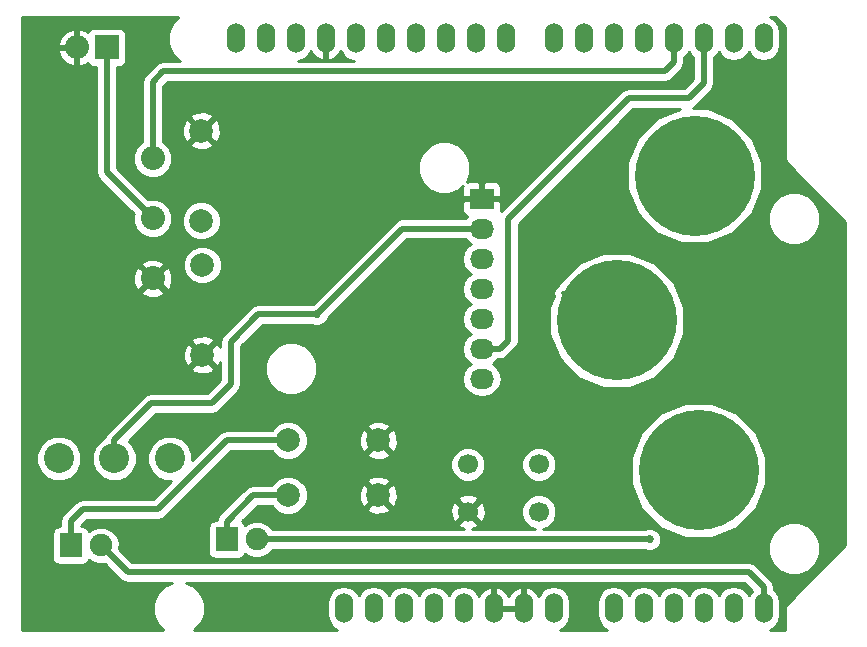
<source format=gtl>
G04 #@! TF.FileFunction,Copper,L1,Top,Signal*
%FSLAX46Y46*%
G04 Gerber Fmt 4.6, Leading zero omitted, Abs format (unit mm)*
G04 Created by KiCad (PCBNEW 4.0.1-3.201512221402+6198~38~ubuntu14.04.1-stable) date Sat 30 Apr 2016 11:46:46 AM PDT*
%MOMM*%
G01*
G04 APERTURE LIST*
%ADD10C,0.100000*%
%ADD11C,1.700000*%
%ADD12C,10.160000*%
%ADD13R,2.032000X1.727200*%
%ADD14O,2.032000X1.727200*%
%ADD15R,1.900000X2.000000*%
%ADD16C,1.900000*%
%ADD17C,1.998980*%
%ADD18C,2.032000*%
%ADD19C,2.540000*%
%ADD20R,2.032000X2.032000*%
%ADD21O,2.032000X2.032000*%
%ADD22O,1.524000X2.540000*%
%ADD23C,0.685800*%
%ADD24C,0.508000*%
%ADD25C,0.330200*%
%ADD26C,0.254000*%
G04 APERTURE END LIST*
D10*
D11*
X132080000Y-107378000D03*
X126080000Y-107378000D03*
X132080000Y-103378000D03*
X126080000Y-103378000D03*
D12*
X145605500Y-103886000D03*
X145288000Y-78930500D03*
X138684000Y-91186000D03*
D13*
X127254000Y-80899000D03*
D14*
X127254000Y-83439000D03*
X127254000Y-85979000D03*
X127254000Y-88519000D03*
X127254000Y-91059000D03*
X127254000Y-93599000D03*
X127254000Y-96139000D03*
D15*
X92456000Y-110236000D03*
D16*
X94996000Y-110236000D03*
D15*
X105664000Y-109728000D03*
D16*
X108204000Y-109728000D03*
D17*
X110871000Y-101346000D03*
X118491000Y-101346000D03*
X110871000Y-105981500D03*
X118491000Y-105981500D03*
X103505000Y-82740500D03*
X103505000Y-75120500D03*
X103600000Y-86480000D03*
X103600000Y-94100000D03*
D18*
X99400000Y-77470000D03*
X99400000Y-82550000D03*
X99400000Y-87630000D03*
D19*
X100838000Y-102870000D03*
X96139000Y-102870000D03*
X91440000Y-102870000D03*
D20*
X95504000Y-68072000D03*
D21*
X92964000Y-68072000D03*
D22*
X151130000Y-115570000D03*
X148590000Y-115570000D03*
X146050000Y-115570000D03*
X138430000Y-115570000D03*
X140970000Y-115570000D03*
X143510000Y-115570000D03*
X133350000Y-115570000D03*
X130810000Y-115570000D03*
X128270000Y-115570000D03*
X123190000Y-115570000D03*
X120650000Y-115570000D03*
X151130000Y-67310000D03*
X148590000Y-67310000D03*
X146050000Y-67310000D03*
X143510000Y-67310000D03*
X140970000Y-67310000D03*
X138430000Y-67310000D03*
X135890000Y-67310000D03*
X133350000Y-67310000D03*
X129286000Y-67310000D03*
X126746000Y-67310000D03*
X124206000Y-67310000D03*
X121666000Y-67310000D03*
X119126000Y-67310000D03*
X116586000Y-67310000D03*
X114046000Y-67310000D03*
X111506000Y-67310000D03*
X125730000Y-115570000D03*
X108966000Y-67310000D03*
X106426000Y-67310000D03*
X118110000Y-115570000D03*
X115570000Y-115570000D03*
D23*
X113284000Y-90678000D03*
X141478000Y-109728000D03*
X140970000Y-104140000D03*
X144780000Y-74930000D03*
X134366000Y-89281000D03*
D24*
X127254000Y-83439000D02*
X120523000Y-83439000D01*
X120523000Y-83439000D02*
X113284000Y-90678000D01*
X96139000Y-102870000D02*
X96139000Y-101346000D01*
X96139000Y-101346000D02*
X99285000Y-98200000D01*
X99285000Y-98200000D02*
X104400000Y-98200000D01*
X104400000Y-98200000D02*
X106000000Y-96600000D01*
X106000000Y-96600000D02*
X106000000Y-93009000D01*
X106000000Y-93009000D02*
X108331000Y-90678000D01*
X108331000Y-90678000D02*
X112268000Y-90678000D01*
X112268000Y-90678000D02*
X113284000Y-90678000D01*
X92456000Y-110236000D02*
X92456000Y-108204000D01*
X105664000Y-101346000D02*
X110871000Y-101346000D01*
X99822000Y-107188000D02*
X105664000Y-101346000D01*
X93472000Y-107188000D02*
X99822000Y-107188000D01*
X92456000Y-108204000D02*
X93472000Y-107188000D01*
X110871000Y-105981500D02*
X107902500Y-105981500D01*
X107902500Y-105981500D02*
X105664000Y-108220000D01*
X105664000Y-108220000D02*
X105664000Y-109728000D01*
X110807500Y-105918000D02*
X110871000Y-105981500D01*
X141478000Y-109728000D02*
X108204000Y-109728000D01*
X95504000Y-68072000D02*
X95504000Y-78654000D01*
X95504000Y-78654000D02*
X99400000Y-82550000D01*
D25*
X140970000Y-104140000D02*
X141224000Y-103886000D01*
X141224000Y-103886000D02*
X145605500Y-103886000D01*
X144780000Y-74930000D02*
X145288000Y-75438000D01*
X145288000Y-75438000D02*
X145288000Y-78930500D01*
X138684000Y-91186000D02*
X136398000Y-91186000D01*
X136398000Y-91186000D02*
X134112000Y-88900000D01*
D24*
X127254000Y-93599000D02*
X128778000Y-93599000D01*
X128778000Y-93599000D02*
X129476500Y-92900500D01*
X129476500Y-92900500D02*
X129476500Y-82613500D01*
X129476500Y-82613500D02*
X139700000Y-72390000D01*
X139700000Y-72390000D02*
X144780000Y-72390000D01*
X144780000Y-72390000D02*
X146050000Y-71120000D01*
X146050000Y-71120000D02*
X146050000Y-67310000D01*
X99400000Y-71000000D02*
X99400000Y-77720000D01*
X100296000Y-70104000D02*
X99400000Y-71000000D01*
X142748000Y-70104000D02*
X100296000Y-70104000D01*
X143510000Y-69342000D02*
X143510000Y-67310000D01*
X142748000Y-70104000D02*
X143510000Y-69342000D01*
X149860000Y-112522000D02*
X97282000Y-112522000D01*
X97282000Y-112522000D02*
X94996000Y-110236000D01*
X151130000Y-115570000D02*
X151130000Y-113792000D01*
X151130000Y-113792000D02*
X149860000Y-112522000D01*
D26*
G36*
X150132336Y-114051572D02*
X149860000Y-114459150D01*
X149577828Y-114036851D01*
X149124609Y-113734019D01*
X148590000Y-113627679D01*
X148055391Y-113734019D01*
X147602172Y-114036851D01*
X147320000Y-114459150D01*
X147037828Y-114036851D01*
X146584609Y-113734019D01*
X146050000Y-113627679D01*
X145515391Y-113734019D01*
X145062172Y-114036851D01*
X144780000Y-114459150D01*
X144497828Y-114036851D01*
X144044609Y-113734019D01*
X143510000Y-113627679D01*
X142975391Y-113734019D01*
X142522172Y-114036851D01*
X142240000Y-114459150D01*
X141957828Y-114036851D01*
X141504609Y-113734019D01*
X140970000Y-113627679D01*
X140435391Y-113734019D01*
X139982172Y-114036851D01*
X139700000Y-114459150D01*
X139417828Y-114036851D01*
X138964609Y-113734019D01*
X138430000Y-113627679D01*
X137895391Y-113734019D01*
X137442172Y-114036851D01*
X137139340Y-114490070D01*
X137033000Y-115024679D01*
X137033000Y-116115321D01*
X137139340Y-116649930D01*
X137442172Y-117103149D01*
X137886440Y-117400000D01*
X133893560Y-117400000D01*
X134337828Y-117103149D01*
X134640660Y-116649930D01*
X134747000Y-116115321D01*
X134747000Y-115024679D01*
X134640660Y-114490070D01*
X134337828Y-114036851D01*
X133884609Y-113734019D01*
X133350000Y-113627679D01*
X132815391Y-113734019D01*
X132362172Y-114036851D01*
X132070670Y-114473113D01*
X132052059Y-114410059D01*
X131708026Y-113984370D01*
X131227277Y-113722740D01*
X131153070Y-113707780D01*
X130937000Y-113830280D01*
X130937000Y-115443000D01*
X130957000Y-115443000D01*
X130957000Y-115697000D01*
X130937000Y-115697000D01*
X130937000Y-115717000D01*
X130683000Y-115717000D01*
X130683000Y-115697000D01*
X128397000Y-115697000D01*
X128397000Y-115717000D01*
X128143000Y-115717000D01*
X128143000Y-115697000D01*
X128123000Y-115697000D01*
X128123000Y-115443000D01*
X128143000Y-115443000D01*
X128143000Y-113830280D01*
X128397000Y-113830280D01*
X128397000Y-115443000D01*
X130683000Y-115443000D01*
X130683000Y-113830280D01*
X130466930Y-113707780D01*
X130392723Y-113722740D01*
X129911974Y-113984370D01*
X129567941Y-114410059D01*
X129540000Y-114504723D01*
X129512059Y-114410059D01*
X129168026Y-113984370D01*
X128687277Y-113722740D01*
X128613070Y-113707780D01*
X128397000Y-113830280D01*
X128143000Y-113830280D01*
X127926930Y-113707780D01*
X127852723Y-113722740D01*
X127371974Y-113984370D01*
X127027941Y-114410059D01*
X127009330Y-114473113D01*
X126717828Y-114036851D01*
X126264609Y-113734019D01*
X125730000Y-113627679D01*
X125195391Y-113734019D01*
X124742172Y-114036851D01*
X124460000Y-114459150D01*
X124177828Y-114036851D01*
X123724609Y-113734019D01*
X123190000Y-113627679D01*
X122655391Y-113734019D01*
X122202172Y-114036851D01*
X121920000Y-114459150D01*
X121637828Y-114036851D01*
X121184609Y-113734019D01*
X120650000Y-113627679D01*
X120115391Y-113734019D01*
X119662172Y-114036851D01*
X119380000Y-114459150D01*
X119097828Y-114036851D01*
X118644609Y-113734019D01*
X118110000Y-113627679D01*
X117575391Y-113734019D01*
X117122172Y-114036851D01*
X116840000Y-114459150D01*
X116557828Y-114036851D01*
X116104609Y-113734019D01*
X115570000Y-113627679D01*
X115035391Y-113734019D01*
X114582172Y-114036851D01*
X114279340Y-114490070D01*
X114173000Y-115024679D01*
X114173000Y-116115321D01*
X114279340Y-116649930D01*
X114582172Y-117103149D01*
X115026440Y-117400000D01*
X102912639Y-117400000D01*
X103483045Y-116830589D01*
X103822113Y-116014022D01*
X103822885Y-115129857D01*
X103485242Y-114312700D01*
X102860589Y-113686955D01*
X102196015Y-113411000D01*
X149491764Y-113411000D01*
X150132336Y-114051572D01*
X150132336Y-114051572D01*
G37*
X150132336Y-114051572D02*
X149860000Y-114459150D01*
X149577828Y-114036851D01*
X149124609Y-113734019D01*
X148590000Y-113627679D01*
X148055391Y-113734019D01*
X147602172Y-114036851D01*
X147320000Y-114459150D01*
X147037828Y-114036851D01*
X146584609Y-113734019D01*
X146050000Y-113627679D01*
X145515391Y-113734019D01*
X145062172Y-114036851D01*
X144780000Y-114459150D01*
X144497828Y-114036851D01*
X144044609Y-113734019D01*
X143510000Y-113627679D01*
X142975391Y-113734019D01*
X142522172Y-114036851D01*
X142240000Y-114459150D01*
X141957828Y-114036851D01*
X141504609Y-113734019D01*
X140970000Y-113627679D01*
X140435391Y-113734019D01*
X139982172Y-114036851D01*
X139700000Y-114459150D01*
X139417828Y-114036851D01*
X138964609Y-113734019D01*
X138430000Y-113627679D01*
X137895391Y-113734019D01*
X137442172Y-114036851D01*
X137139340Y-114490070D01*
X137033000Y-115024679D01*
X137033000Y-116115321D01*
X137139340Y-116649930D01*
X137442172Y-117103149D01*
X137886440Y-117400000D01*
X133893560Y-117400000D01*
X134337828Y-117103149D01*
X134640660Y-116649930D01*
X134747000Y-116115321D01*
X134747000Y-115024679D01*
X134640660Y-114490070D01*
X134337828Y-114036851D01*
X133884609Y-113734019D01*
X133350000Y-113627679D01*
X132815391Y-113734019D01*
X132362172Y-114036851D01*
X132070670Y-114473113D01*
X132052059Y-114410059D01*
X131708026Y-113984370D01*
X131227277Y-113722740D01*
X131153070Y-113707780D01*
X130937000Y-113830280D01*
X130937000Y-115443000D01*
X130957000Y-115443000D01*
X130957000Y-115697000D01*
X130937000Y-115697000D01*
X130937000Y-115717000D01*
X130683000Y-115717000D01*
X130683000Y-115697000D01*
X128397000Y-115697000D01*
X128397000Y-115717000D01*
X128143000Y-115717000D01*
X128143000Y-115697000D01*
X128123000Y-115697000D01*
X128123000Y-115443000D01*
X128143000Y-115443000D01*
X128143000Y-113830280D01*
X128397000Y-113830280D01*
X128397000Y-115443000D01*
X130683000Y-115443000D01*
X130683000Y-113830280D01*
X130466930Y-113707780D01*
X130392723Y-113722740D01*
X129911974Y-113984370D01*
X129567941Y-114410059D01*
X129540000Y-114504723D01*
X129512059Y-114410059D01*
X129168026Y-113984370D01*
X128687277Y-113722740D01*
X128613070Y-113707780D01*
X128397000Y-113830280D01*
X128143000Y-113830280D01*
X127926930Y-113707780D01*
X127852723Y-113722740D01*
X127371974Y-113984370D01*
X127027941Y-114410059D01*
X127009330Y-114473113D01*
X126717828Y-114036851D01*
X126264609Y-113734019D01*
X125730000Y-113627679D01*
X125195391Y-113734019D01*
X124742172Y-114036851D01*
X124460000Y-114459150D01*
X124177828Y-114036851D01*
X123724609Y-113734019D01*
X123190000Y-113627679D01*
X122655391Y-113734019D01*
X122202172Y-114036851D01*
X121920000Y-114459150D01*
X121637828Y-114036851D01*
X121184609Y-113734019D01*
X120650000Y-113627679D01*
X120115391Y-113734019D01*
X119662172Y-114036851D01*
X119380000Y-114459150D01*
X119097828Y-114036851D01*
X118644609Y-113734019D01*
X118110000Y-113627679D01*
X117575391Y-113734019D01*
X117122172Y-114036851D01*
X116840000Y-114459150D01*
X116557828Y-114036851D01*
X116104609Y-113734019D01*
X115570000Y-113627679D01*
X115035391Y-113734019D01*
X114582172Y-114036851D01*
X114279340Y-114490070D01*
X114173000Y-115024679D01*
X114173000Y-116115321D01*
X114279340Y-116649930D01*
X114582172Y-117103149D01*
X115026440Y-117400000D01*
X102912639Y-117400000D01*
X103483045Y-116830589D01*
X103822113Y-116014022D01*
X103822885Y-115129857D01*
X103485242Y-114312700D01*
X102860589Y-113686955D01*
X102196015Y-113411000D01*
X149491764Y-113411000D01*
X150132336Y-114051572D01*
G36*
X100986955Y-66049411D02*
X100647887Y-66865978D01*
X100647115Y-67750143D01*
X100984758Y-68567300D01*
X101609411Y-69193045D01*
X101662285Y-69215000D01*
X100296000Y-69215000D01*
X99955794Y-69282671D01*
X99667382Y-69475382D01*
X98771382Y-70371382D01*
X98578671Y-70659794D01*
X98511000Y-71000000D01*
X98511000Y-76050942D01*
X98466005Y-76069534D01*
X98001166Y-76533563D01*
X97749287Y-77140155D01*
X97748714Y-77796963D01*
X97999534Y-78403995D01*
X98463563Y-78868834D01*
X99070155Y-79120713D01*
X99726963Y-79121286D01*
X100333995Y-78870466D01*
X100535183Y-78669628D01*
X121868817Y-78669628D01*
X122204530Y-79482116D01*
X122825614Y-80104285D01*
X123637515Y-80441416D01*
X124516628Y-80442183D01*
X125329116Y-80106470D01*
X125656693Y-79779465D01*
X125603000Y-79909090D01*
X125603000Y-80613250D01*
X125761750Y-80772000D01*
X127127000Y-80772000D01*
X127127000Y-79559150D01*
X127381000Y-79559150D01*
X127381000Y-80772000D01*
X128746250Y-80772000D01*
X128905000Y-80613250D01*
X128905000Y-79909090D01*
X128808327Y-79675701D01*
X128629698Y-79497073D01*
X128396309Y-79400400D01*
X127539750Y-79400400D01*
X127381000Y-79559150D01*
X127127000Y-79559150D01*
X126968250Y-79400400D01*
X126111691Y-79400400D01*
X125960584Y-79462990D01*
X126288416Y-78673485D01*
X126289183Y-77794372D01*
X125953470Y-76981884D01*
X125332386Y-76359715D01*
X124520485Y-76022584D01*
X123641372Y-76021817D01*
X122828884Y-76357530D01*
X122206715Y-76978614D01*
X121869584Y-77790515D01*
X121868817Y-78669628D01*
X100535183Y-78669628D01*
X100798834Y-78406437D01*
X101050713Y-77799845D01*
X101051286Y-77143037D01*
X100800466Y-76536005D01*
X100537583Y-76272663D01*
X102532443Y-76272663D01*
X102631042Y-76539465D01*
X103240582Y-76765901D01*
X103890377Y-76741841D01*
X104378958Y-76539465D01*
X104477557Y-76272663D01*
X103505000Y-75300105D01*
X102532443Y-76272663D01*
X100537583Y-76272663D01*
X100336437Y-76071166D01*
X100289000Y-76051468D01*
X100289000Y-74856082D01*
X101859599Y-74856082D01*
X101883659Y-75505877D01*
X102086035Y-75994458D01*
X102352837Y-76093057D01*
X103325395Y-75120500D01*
X103684605Y-75120500D01*
X104657163Y-76093057D01*
X104923965Y-75994458D01*
X105150401Y-75384918D01*
X105126341Y-74735123D01*
X104923965Y-74246542D01*
X104657163Y-74147943D01*
X103684605Y-75120500D01*
X103325395Y-75120500D01*
X102352837Y-74147943D01*
X102086035Y-74246542D01*
X101859599Y-74856082D01*
X100289000Y-74856082D01*
X100289000Y-73968337D01*
X102532443Y-73968337D01*
X103505000Y-74940895D01*
X104477557Y-73968337D01*
X104378958Y-73701535D01*
X103769418Y-73475099D01*
X103119623Y-73499159D01*
X102631042Y-73701535D01*
X102532443Y-73968337D01*
X100289000Y-73968337D01*
X100289000Y-71368236D01*
X100664236Y-70993000D01*
X142748000Y-70993000D01*
X143088206Y-70925329D01*
X143376618Y-70732618D01*
X144138618Y-69970618D01*
X144331329Y-69682206D01*
X144399000Y-69342000D01*
X144399000Y-68909184D01*
X144497828Y-68843149D01*
X144780000Y-68420850D01*
X145062172Y-68843149D01*
X145161000Y-68909184D01*
X145161000Y-70751764D01*
X144411764Y-71501000D01*
X139700000Y-71501000D01*
X139359794Y-71568671D01*
X139071382Y-71761382D01*
X128877526Y-81955238D01*
X128905000Y-81888910D01*
X128905000Y-81184750D01*
X128746250Y-81026000D01*
X127381000Y-81026000D01*
X127381000Y-81046000D01*
X127127000Y-81046000D01*
X127127000Y-81026000D01*
X125761750Y-81026000D01*
X125603000Y-81184750D01*
X125603000Y-81888910D01*
X125699673Y-82122299D01*
X125878302Y-82300927D01*
X126031780Y-82364500D01*
X126009585Y-82379330D01*
X125895547Y-82550000D01*
X120523000Y-82550000D01*
X120182794Y-82617671D01*
X119894382Y-82810382D01*
X112944627Y-89760137D01*
X112874773Y-89789000D01*
X108331000Y-89789000D01*
X107990794Y-89856671D01*
X107920671Y-89903526D01*
X107702382Y-90049382D01*
X105371382Y-92380382D01*
X105178671Y-92668794D01*
X105111000Y-93009000D01*
X105111000Y-93448235D01*
X105018965Y-93226042D01*
X104752163Y-93127443D01*
X103779605Y-94100000D01*
X104752163Y-95072557D01*
X105018965Y-94973958D01*
X105111000Y-94726210D01*
X105111000Y-96231764D01*
X104031764Y-97311000D01*
X99285000Y-97311000D01*
X98944794Y-97378671D01*
X98656382Y-97571382D01*
X95510382Y-100717382D01*
X95317671Y-101005794D01*
X95286818Y-101160902D01*
X95061314Y-101254078D01*
X94524961Y-101789495D01*
X94234332Y-102489410D01*
X94233670Y-103247265D01*
X94523078Y-103947686D01*
X95058495Y-104484039D01*
X95758410Y-104774668D01*
X96516265Y-104775330D01*
X97216686Y-104485922D01*
X97753039Y-103950505D01*
X98043668Y-103250590D01*
X98044330Y-102492735D01*
X97754922Y-101792314D01*
X97352774Y-101389462D01*
X99653236Y-99089000D01*
X104400000Y-99089000D01*
X104740206Y-99021329D01*
X105028618Y-98828618D01*
X106628618Y-97228618D01*
X106648629Y-97198670D01*
X106821329Y-96940206D01*
X106889000Y-96600000D01*
X106889000Y-95687628D01*
X108914817Y-95687628D01*
X109250530Y-96500116D01*
X109871614Y-97122285D01*
X110683515Y-97459416D01*
X111562628Y-97460183D01*
X112375116Y-97124470D01*
X112997285Y-96503386D01*
X113334416Y-95691485D01*
X113335183Y-94812372D01*
X112999470Y-93999884D01*
X112378386Y-93377715D01*
X111566485Y-93040584D01*
X110687372Y-93039817D01*
X109874884Y-93375530D01*
X109252715Y-93996614D01*
X108915584Y-94808515D01*
X108914817Y-95687628D01*
X106889000Y-95687628D01*
X106889000Y-93377236D01*
X108699236Y-91567000D01*
X112874945Y-91567000D01*
X113088630Y-91655730D01*
X113477663Y-91656069D01*
X113837212Y-91507507D01*
X114112540Y-91232659D01*
X114201986Y-91017250D01*
X120891236Y-84328000D01*
X125895547Y-84328000D01*
X126009585Y-84498670D01*
X126324366Y-84709000D01*
X126009585Y-84919330D01*
X125684729Y-85405511D01*
X125570655Y-85979000D01*
X125684729Y-86552489D01*
X126009585Y-87038670D01*
X126324366Y-87249000D01*
X126009585Y-87459330D01*
X125684729Y-87945511D01*
X125570655Y-88519000D01*
X125684729Y-89092489D01*
X126009585Y-89578670D01*
X126324366Y-89789000D01*
X126009585Y-89999330D01*
X125684729Y-90485511D01*
X125570655Y-91059000D01*
X125684729Y-91632489D01*
X126009585Y-92118670D01*
X126324366Y-92329000D01*
X126009585Y-92539330D01*
X125684729Y-93025511D01*
X125570655Y-93599000D01*
X125684729Y-94172489D01*
X126009585Y-94658670D01*
X126324366Y-94869000D01*
X126009585Y-95079330D01*
X125684729Y-95565511D01*
X125570655Y-96139000D01*
X125684729Y-96712489D01*
X126009585Y-97198670D01*
X126495766Y-97523526D01*
X127069255Y-97637600D01*
X127438745Y-97637600D01*
X128012234Y-97523526D01*
X128498415Y-97198670D01*
X128823271Y-96712489D01*
X128937345Y-96139000D01*
X128823271Y-95565511D01*
X128498415Y-95079330D01*
X128183634Y-94869000D01*
X128498415Y-94658670D01*
X128612453Y-94488000D01*
X128778000Y-94488000D01*
X129118206Y-94420329D01*
X129406618Y-94227618D01*
X130105118Y-93529118D01*
X130285742Y-93258795D01*
X130297829Y-93240706D01*
X130365500Y-92900500D01*
X130365500Y-92317796D01*
X132968011Y-92317796D01*
X133836234Y-94419058D01*
X135442486Y-96028116D01*
X137542229Y-96900005D01*
X139815796Y-96901989D01*
X141917058Y-96033766D01*
X143526116Y-94427514D01*
X144398005Y-92327771D01*
X144399989Y-90054204D01*
X143531766Y-87952942D01*
X141925514Y-86343884D01*
X139825771Y-85471995D01*
X137552204Y-85470011D01*
X135450942Y-86338234D01*
X133841884Y-87944486D01*
X133731420Y-88210513D01*
X133546244Y-88334244D01*
X133372804Y-88593815D01*
X133311900Y-88900000D01*
X133355048Y-89116918D01*
X132969995Y-90044229D01*
X132968011Y-92317796D01*
X130365500Y-92317796D01*
X130365500Y-82981736D01*
X140068236Y-73279000D01*
X144000129Y-73279000D01*
X142054942Y-74082734D01*
X140445884Y-75688986D01*
X139573995Y-77788729D01*
X139572011Y-80062296D01*
X140440234Y-82163558D01*
X142046486Y-83772616D01*
X144146229Y-84644505D01*
X146419796Y-84646489D01*
X148521058Y-83778266D01*
X149310557Y-82990143D01*
X151447115Y-82990143D01*
X151784758Y-83807300D01*
X152409411Y-84433045D01*
X153225978Y-84772113D01*
X154110143Y-84772885D01*
X154927300Y-84435242D01*
X155553045Y-83810589D01*
X155892113Y-82994022D01*
X155892885Y-82109857D01*
X155555242Y-81292700D01*
X154930589Y-80666955D01*
X154114022Y-80327887D01*
X153229857Y-80327115D01*
X152412700Y-80664758D01*
X151786955Y-81289411D01*
X151447887Y-82105978D01*
X151447115Y-82990143D01*
X149310557Y-82990143D01*
X150130116Y-82172014D01*
X151002005Y-80072271D01*
X151003989Y-77798704D01*
X150135766Y-75697442D01*
X148529514Y-74088384D01*
X146429771Y-73216495D01*
X145100068Y-73215335D01*
X145120206Y-73211329D01*
X145408618Y-73018618D01*
X146678618Y-71748618D01*
X146871329Y-71460206D01*
X146939000Y-71120000D01*
X146939000Y-68909184D01*
X147037828Y-68843149D01*
X147320000Y-68420850D01*
X147602172Y-68843149D01*
X148055391Y-69145981D01*
X148590000Y-69252321D01*
X149124609Y-69145981D01*
X149577828Y-68843149D01*
X149860000Y-68420850D01*
X150142172Y-68843149D01*
X150595391Y-69145981D01*
X151130000Y-69252321D01*
X151664609Y-69145981D01*
X152117828Y-68843149D01*
X152420660Y-68389930D01*
X152527000Y-67855321D01*
X152527000Y-66764679D01*
X152420660Y-66230070D01*
X152117828Y-65776851D01*
X151673560Y-65480000D01*
X152105908Y-65480000D01*
X152960000Y-66334092D01*
X152960000Y-77470000D01*
X153014046Y-77741705D01*
X153167954Y-77972046D01*
X158040000Y-82844092D01*
X158040000Y-110195908D01*
X153167954Y-115067954D01*
X153014046Y-115298295D01*
X152960000Y-115570000D01*
X152960000Y-117400000D01*
X151673560Y-117400000D01*
X152117828Y-117103149D01*
X152420660Y-116649930D01*
X152527000Y-116115321D01*
X152527000Y-115024679D01*
X152420660Y-114490070D01*
X152117828Y-114036851D01*
X152019000Y-113970816D01*
X152019000Y-113792000D01*
X151951329Y-113451794D01*
X151758618Y-113163382D01*
X150488618Y-111893382D01*
X150407472Y-111839162D01*
X150200206Y-111700671D01*
X149860000Y-111633000D01*
X97650236Y-111633000D01*
X96577547Y-110560311D01*
X96580724Y-110552659D01*
X96581275Y-109922107D01*
X96340481Y-109339343D01*
X95895003Y-108893086D01*
X95497432Y-108728000D01*
X104066560Y-108728000D01*
X104066560Y-110728000D01*
X104110838Y-110963317D01*
X104249910Y-111179441D01*
X104462110Y-111324431D01*
X104714000Y-111375440D01*
X106614000Y-111375440D01*
X106849317Y-111331162D01*
X107065441Y-111192090D01*
X107210431Y-110979890D01*
X107211055Y-110976808D01*
X107304997Y-111070914D01*
X107887341Y-111312724D01*
X108517893Y-111313275D01*
X109100657Y-111072481D01*
X109243243Y-110930143D01*
X151447115Y-110930143D01*
X151784758Y-111747300D01*
X152409411Y-112373045D01*
X153225978Y-112712113D01*
X154110143Y-112712885D01*
X154927300Y-112375242D01*
X155553045Y-111750589D01*
X155892113Y-110934022D01*
X155892885Y-110049857D01*
X155555242Y-109232700D01*
X154930589Y-108606955D01*
X154114022Y-108267887D01*
X153229857Y-108267115D01*
X152412700Y-108604758D01*
X151786955Y-109229411D01*
X151447887Y-110045978D01*
X151447115Y-110930143D01*
X109243243Y-110930143D01*
X109546914Y-110627003D01*
X109551068Y-110617000D01*
X141068945Y-110617000D01*
X141282630Y-110705730D01*
X141671663Y-110706069D01*
X142031212Y-110557507D01*
X142306540Y-110282659D01*
X142455730Y-109923370D01*
X142456069Y-109534337D01*
X142307507Y-109174788D01*
X142032659Y-108899460D01*
X141673370Y-108750270D01*
X141284337Y-108749931D01*
X141068773Y-108839000D01*
X132432796Y-108839000D01*
X132920086Y-108637656D01*
X133338188Y-108220283D01*
X133564742Y-107674681D01*
X133565257Y-107083911D01*
X133339656Y-106537914D01*
X132922283Y-106119812D01*
X132376681Y-105893258D01*
X131785911Y-105892743D01*
X131239914Y-106118344D01*
X130821812Y-106535717D01*
X130595258Y-107081319D01*
X130594743Y-107672089D01*
X130820344Y-108218086D01*
X131237717Y-108636188D01*
X131726142Y-108839000D01*
X126463946Y-108839000D01*
X126864080Y-108673259D01*
X126944353Y-108421958D01*
X126080000Y-107557605D01*
X125215647Y-108421958D01*
X125295920Y-108673259D01*
X125752816Y-108839000D01*
X109551645Y-108839000D01*
X109548481Y-108831343D01*
X109103003Y-108385086D01*
X108520659Y-108143276D01*
X107890107Y-108142725D01*
X107307343Y-108383519D01*
X107209663Y-108481029D01*
X107078090Y-108276559D01*
X106951305Y-108189931D01*
X108270736Y-106870500D01*
X109469806Y-106870500D01*
X109484538Y-106906155D01*
X109943927Y-107366346D01*
X110544453Y-107615706D01*
X111194694Y-107616274D01*
X111795655Y-107367962D01*
X112030363Y-107133663D01*
X117518443Y-107133663D01*
X117617042Y-107400465D01*
X118226582Y-107626901D01*
X118876377Y-107602841D01*
X119364958Y-107400465D01*
X119457785Y-107149279D01*
X124583282Y-107149279D01*
X124609685Y-107739458D01*
X124784741Y-108162080D01*
X125036042Y-108242353D01*
X125900395Y-107378000D01*
X126259605Y-107378000D01*
X127123958Y-108242353D01*
X127375259Y-108162080D01*
X127576718Y-107606721D01*
X127550315Y-107016542D01*
X127375259Y-106593920D01*
X127123958Y-106513647D01*
X126259605Y-107378000D01*
X125900395Y-107378000D01*
X125036042Y-106513647D01*
X124784741Y-106593920D01*
X124583282Y-107149279D01*
X119457785Y-107149279D01*
X119463557Y-107133663D01*
X118491000Y-106161105D01*
X117518443Y-107133663D01*
X112030363Y-107133663D01*
X112255846Y-106908573D01*
X112505206Y-106308047D01*
X112505722Y-105717082D01*
X116845599Y-105717082D01*
X116869659Y-106366877D01*
X117072035Y-106855458D01*
X117338837Y-106954057D01*
X118311395Y-105981500D01*
X118670605Y-105981500D01*
X119643163Y-106954057D01*
X119909965Y-106855458D01*
X120103664Y-106334042D01*
X125215647Y-106334042D01*
X126080000Y-107198395D01*
X126944353Y-106334042D01*
X126864080Y-106082741D01*
X126308721Y-105881282D01*
X125718542Y-105907685D01*
X125295920Y-106082741D01*
X125215647Y-106334042D01*
X120103664Y-106334042D01*
X120136401Y-106245918D01*
X120112341Y-105596123D01*
X119909965Y-105107542D01*
X119667119Y-105017796D01*
X139889511Y-105017796D01*
X140757734Y-107119058D01*
X142363986Y-108728116D01*
X144463729Y-109600005D01*
X146737296Y-109601989D01*
X148838558Y-108733766D01*
X150447616Y-107127514D01*
X151319505Y-105027771D01*
X151321489Y-102754204D01*
X150453266Y-100652942D01*
X148847014Y-99043884D01*
X146747271Y-98171995D01*
X144473704Y-98170011D01*
X142372442Y-99038234D01*
X140763384Y-100644486D01*
X139891495Y-102744229D01*
X139889511Y-105017796D01*
X119667119Y-105017796D01*
X119643163Y-105008943D01*
X118670605Y-105981500D01*
X118311395Y-105981500D01*
X117338837Y-105008943D01*
X117072035Y-105107542D01*
X116845599Y-105717082D01*
X112505722Y-105717082D01*
X112505774Y-105657806D01*
X112257462Y-105056845D01*
X112030351Y-104829337D01*
X117518443Y-104829337D01*
X118491000Y-105801895D01*
X119463557Y-104829337D01*
X119364958Y-104562535D01*
X118755418Y-104336099D01*
X118105623Y-104360159D01*
X117617042Y-104562535D01*
X117518443Y-104829337D01*
X112030351Y-104829337D01*
X111798073Y-104596654D01*
X111197547Y-104347294D01*
X110547306Y-104346726D01*
X109946345Y-104595038D01*
X109486154Y-105054427D01*
X109470345Y-105092500D01*
X107902500Y-105092500D01*
X107562294Y-105160171D01*
X107273882Y-105352882D01*
X105035382Y-107591382D01*
X104842671Y-107879794D01*
X104802736Y-108080560D01*
X104714000Y-108080560D01*
X104478683Y-108124838D01*
X104262559Y-108263910D01*
X104117569Y-108476110D01*
X104066560Y-108728000D01*
X95497432Y-108728000D01*
X95312659Y-108651276D01*
X94682107Y-108650725D01*
X94099343Y-108891519D01*
X94001663Y-108989029D01*
X93870090Y-108784559D01*
X93657890Y-108639569D01*
X93406000Y-108588560D01*
X93345000Y-108588560D01*
X93345000Y-108572236D01*
X93840236Y-108077000D01*
X99822000Y-108077000D01*
X100162206Y-108009329D01*
X100450618Y-107816618D01*
X104595147Y-103672089D01*
X124594743Y-103672089D01*
X124820344Y-104218086D01*
X125237717Y-104636188D01*
X125783319Y-104862742D01*
X126374089Y-104863257D01*
X126920086Y-104637656D01*
X127338188Y-104220283D01*
X127564742Y-103674681D01*
X127564744Y-103672089D01*
X130594743Y-103672089D01*
X130820344Y-104218086D01*
X131237717Y-104636188D01*
X131783319Y-104862742D01*
X132374089Y-104863257D01*
X132920086Y-104637656D01*
X133338188Y-104220283D01*
X133564742Y-103674681D01*
X133565257Y-103083911D01*
X133339656Y-102537914D01*
X132922283Y-102119812D01*
X132376681Y-101893258D01*
X131785911Y-101892743D01*
X131239914Y-102118344D01*
X130821812Y-102535717D01*
X130595258Y-103081319D01*
X130594743Y-103672089D01*
X127564744Y-103672089D01*
X127565257Y-103083911D01*
X127339656Y-102537914D01*
X126922283Y-102119812D01*
X126376681Y-101893258D01*
X125785911Y-101892743D01*
X125239914Y-102118344D01*
X124821812Y-102535717D01*
X124595258Y-103081319D01*
X124594743Y-103672089D01*
X104595147Y-103672089D01*
X106032236Y-102235000D01*
X109469806Y-102235000D01*
X109484538Y-102270655D01*
X109943927Y-102730846D01*
X110544453Y-102980206D01*
X111194694Y-102980774D01*
X111795655Y-102732462D01*
X112030363Y-102498163D01*
X117518443Y-102498163D01*
X117617042Y-102764965D01*
X118226582Y-102991401D01*
X118876377Y-102967341D01*
X119364958Y-102764965D01*
X119463557Y-102498163D01*
X118491000Y-101525605D01*
X117518443Y-102498163D01*
X112030363Y-102498163D01*
X112255846Y-102273073D01*
X112505206Y-101672547D01*
X112505722Y-101081582D01*
X116845599Y-101081582D01*
X116869659Y-101731377D01*
X117072035Y-102219958D01*
X117338837Y-102318557D01*
X118311395Y-101346000D01*
X118670605Y-101346000D01*
X119643163Y-102318557D01*
X119909965Y-102219958D01*
X120136401Y-101610418D01*
X120112341Y-100960623D01*
X119909965Y-100472042D01*
X119643163Y-100373443D01*
X118670605Y-101346000D01*
X118311395Y-101346000D01*
X117338837Y-100373443D01*
X117072035Y-100472042D01*
X116845599Y-101081582D01*
X112505722Y-101081582D01*
X112505774Y-101022306D01*
X112257462Y-100421345D01*
X112030351Y-100193837D01*
X117518443Y-100193837D01*
X118491000Y-101166395D01*
X119463557Y-100193837D01*
X119364958Y-99927035D01*
X118755418Y-99700599D01*
X118105623Y-99724659D01*
X117617042Y-99927035D01*
X117518443Y-100193837D01*
X112030351Y-100193837D01*
X111798073Y-99961154D01*
X111197547Y-99711794D01*
X110547306Y-99711226D01*
X109946345Y-99959538D01*
X109486154Y-100418927D01*
X109470345Y-100457000D01*
X105664000Y-100457000D01*
X105323795Y-100524670D01*
X105035382Y-100717382D01*
X102742878Y-103009886D01*
X102743330Y-102492735D01*
X102453922Y-101792314D01*
X101918505Y-101255961D01*
X101218590Y-100965332D01*
X100460735Y-100964670D01*
X99760314Y-101254078D01*
X99223961Y-101789495D01*
X98933332Y-102489410D01*
X98932670Y-103247265D01*
X99222078Y-103947686D01*
X99757495Y-104484039D01*
X100457410Y-104774668D01*
X100977642Y-104775122D01*
X99453764Y-106299000D01*
X93472000Y-106299000D01*
X93131794Y-106366671D01*
X92911829Y-106513647D01*
X92843382Y-106559382D01*
X91827382Y-107575382D01*
X91634671Y-107863794D01*
X91567000Y-108204000D01*
X91567000Y-108588560D01*
X91506000Y-108588560D01*
X91270683Y-108632838D01*
X91054559Y-108771910D01*
X90909569Y-108984110D01*
X90858560Y-109236000D01*
X90858560Y-111236000D01*
X90902838Y-111471317D01*
X91041910Y-111687441D01*
X91254110Y-111832431D01*
X91506000Y-111883440D01*
X93406000Y-111883440D01*
X93641317Y-111839162D01*
X93857441Y-111700090D01*
X94002431Y-111487890D01*
X94003055Y-111484808D01*
X94096997Y-111578914D01*
X94679341Y-111820724D01*
X95309893Y-111821275D01*
X95319903Y-111817139D01*
X96653382Y-113150618D01*
X96941794Y-113343329D01*
X97282000Y-113411000D01*
X101005244Y-113411000D01*
X100342700Y-113684758D01*
X99716955Y-114309411D01*
X99377887Y-115125978D01*
X99377115Y-116010143D01*
X99714758Y-116827300D01*
X100286459Y-117400000D01*
X88340000Y-117400000D01*
X88340000Y-103247265D01*
X89534670Y-103247265D01*
X89824078Y-103947686D01*
X90359495Y-104484039D01*
X91059410Y-104774668D01*
X91817265Y-104775330D01*
X92517686Y-104485922D01*
X93054039Y-103950505D01*
X93344668Y-103250590D01*
X93345330Y-102492735D01*
X93055922Y-101792314D01*
X92520505Y-101255961D01*
X91820590Y-100965332D01*
X91062735Y-100964670D01*
X90362314Y-101254078D01*
X89825961Y-101789495D01*
X89535332Y-102489410D01*
X89534670Y-103247265D01*
X88340000Y-103247265D01*
X88340000Y-95252163D01*
X102627443Y-95252163D01*
X102726042Y-95518965D01*
X103335582Y-95745401D01*
X103985377Y-95721341D01*
X104473958Y-95518965D01*
X104572557Y-95252163D01*
X103600000Y-94279605D01*
X102627443Y-95252163D01*
X88340000Y-95252163D01*
X88340000Y-93835582D01*
X101954599Y-93835582D01*
X101978659Y-94485377D01*
X102181035Y-94973958D01*
X102447837Y-95072557D01*
X103420395Y-94100000D01*
X102447837Y-93127443D01*
X102181035Y-93226042D01*
X101954599Y-93835582D01*
X88340000Y-93835582D01*
X88340000Y-92947837D01*
X102627443Y-92947837D01*
X103600000Y-93920395D01*
X104572557Y-92947837D01*
X104473958Y-92681035D01*
X103864418Y-92454599D01*
X103214623Y-92478659D01*
X102726042Y-92681035D01*
X102627443Y-92947837D01*
X88340000Y-92947837D01*
X88340000Y-88794107D01*
X98415498Y-88794107D01*
X98516120Y-89062622D01*
X99131642Y-89291816D01*
X99788019Y-89268014D01*
X100283880Y-89062622D01*
X100384502Y-88794107D01*
X99400000Y-87809605D01*
X98415498Y-88794107D01*
X88340000Y-88794107D01*
X88340000Y-87361642D01*
X97738184Y-87361642D01*
X97761986Y-88018019D01*
X97967378Y-88513880D01*
X98235893Y-88614502D01*
X99220395Y-87630000D01*
X99579605Y-87630000D01*
X100564107Y-88614502D01*
X100832622Y-88513880D01*
X101061816Y-87898358D01*
X101038014Y-87241981D01*
X100856470Y-86803694D01*
X101965226Y-86803694D01*
X102213538Y-87404655D01*
X102672927Y-87864846D01*
X103273453Y-88114206D01*
X103923694Y-88114774D01*
X104524655Y-87866462D01*
X104984846Y-87407073D01*
X105234206Y-86806547D01*
X105234774Y-86156306D01*
X104986462Y-85555345D01*
X104527073Y-85095154D01*
X103926547Y-84845794D01*
X103276306Y-84845226D01*
X102675345Y-85093538D01*
X102215154Y-85552927D01*
X101965794Y-86153453D01*
X101965226Y-86803694D01*
X100856470Y-86803694D01*
X100832622Y-86746120D01*
X100564107Y-86645498D01*
X99579605Y-87630000D01*
X99220395Y-87630000D01*
X98235893Y-86645498D01*
X97967378Y-86746120D01*
X97738184Y-87361642D01*
X88340000Y-87361642D01*
X88340000Y-86465893D01*
X98415498Y-86465893D01*
X99400000Y-87450395D01*
X100384502Y-86465893D01*
X100283880Y-86197378D01*
X99668358Y-85968184D01*
X99011981Y-85991986D01*
X98516120Y-86197378D01*
X98415498Y-86465893D01*
X88340000Y-86465893D01*
X88340000Y-68454946D01*
X91358017Y-68454946D01*
X91626812Y-69040379D01*
X92099182Y-69478385D01*
X92581056Y-69677975D01*
X92837000Y-69558836D01*
X92837000Y-68199000D01*
X91476633Y-68199000D01*
X91358017Y-68454946D01*
X88340000Y-68454946D01*
X88340000Y-67689054D01*
X91358017Y-67689054D01*
X91476633Y-67945000D01*
X92837000Y-67945000D01*
X92837000Y-66585164D01*
X93091000Y-66585164D01*
X93091000Y-67945000D01*
X93111000Y-67945000D01*
X93111000Y-68199000D01*
X93091000Y-68199000D01*
X93091000Y-69558836D01*
X93346944Y-69677975D01*
X93828818Y-69478385D01*
X93926398Y-69387903D01*
X94023910Y-69539441D01*
X94236110Y-69684431D01*
X94488000Y-69735440D01*
X94615000Y-69735440D01*
X94615000Y-78654000D01*
X94682671Y-78994206D01*
X94844691Y-79236685D01*
X94875382Y-79282618D01*
X97767957Y-82175193D01*
X97749287Y-82220155D01*
X97748714Y-82876963D01*
X97999534Y-83483995D01*
X98463563Y-83948834D01*
X99070155Y-84200713D01*
X99726963Y-84201286D01*
X100333995Y-83950466D01*
X100798834Y-83486437D01*
X100974164Y-83064194D01*
X101870226Y-83064194D01*
X102118538Y-83665155D01*
X102577927Y-84125346D01*
X103178453Y-84374706D01*
X103828694Y-84375274D01*
X104429655Y-84126962D01*
X104889846Y-83667573D01*
X105139206Y-83067047D01*
X105139774Y-82416806D01*
X104891462Y-81815845D01*
X104432073Y-81355654D01*
X103831547Y-81106294D01*
X103181306Y-81105726D01*
X102580345Y-81354038D01*
X102120154Y-81813427D01*
X101870794Y-82413953D01*
X101870226Y-83064194D01*
X100974164Y-83064194D01*
X101050713Y-82879845D01*
X101051286Y-82223037D01*
X100800466Y-81616005D01*
X100336437Y-81151166D01*
X99729845Y-80899287D01*
X99073037Y-80898714D01*
X99025565Y-80918329D01*
X96393000Y-78285764D01*
X96393000Y-69735440D01*
X96520000Y-69735440D01*
X96755317Y-69691162D01*
X96971441Y-69552090D01*
X97116431Y-69339890D01*
X97167440Y-69088000D01*
X97167440Y-67056000D01*
X97123162Y-66820683D01*
X96984090Y-66604559D01*
X96771890Y-66459569D01*
X96520000Y-66408560D01*
X94488000Y-66408560D01*
X94252683Y-66452838D01*
X94036559Y-66591910D01*
X93925160Y-66754948D01*
X93828818Y-66665615D01*
X93346944Y-66466025D01*
X93091000Y-66585164D01*
X92837000Y-66585164D01*
X92581056Y-66466025D01*
X92099182Y-66665615D01*
X91626812Y-67103621D01*
X91358017Y-67689054D01*
X88340000Y-67689054D01*
X88340000Y-65480000D01*
X101557361Y-65480000D01*
X100986955Y-66049411D01*
X100986955Y-66049411D01*
G37*
X100986955Y-66049411D02*
X100647887Y-66865978D01*
X100647115Y-67750143D01*
X100984758Y-68567300D01*
X101609411Y-69193045D01*
X101662285Y-69215000D01*
X100296000Y-69215000D01*
X99955794Y-69282671D01*
X99667382Y-69475382D01*
X98771382Y-70371382D01*
X98578671Y-70659794D01*
X98511000Y-71000000D01*
X98511000Y-76050942D01*
X98466005Y-76069534D01*
X98001166Y-76533563D01*
X97749287Y-77140155D01*
X97748714Y-77796963D01*
X97999534Y-78403995D01*
X98463563Y-78868834D01*
X99070155Y-79120713D01*
X99726963Y-79121286D01*
X100333995Y-78870466D01*
X100535183Y-78669628D01*
X121868817Y-78669628D01*
X122204530Y-79482116D01*
X122825614Y-80104285D01*
X123637515Y-80441416D01*
X124516628Y-80442183D01*
X125329116Y-80106470D01*
X125656693Y-79779465D01*
X125603000Y-79909090D01*
X125603000Y-80613250D01*
X125761750Y-80772000D01*
X127127000Y-80772000D01*
X127127000Y-79559150D01*
X127381000Y-79559150D01*
X127381000Y-80772000D01*
X128746250Y-80772000D01*
X128905000Y-80613250D01*
X128905000Y-79909090D01*
X128808327Y-79675701D01*
X128629698Y-79497073D01*
X128396309Y-79400400D01*
X127539750Y-79400400D01*
X127381000Y-79559150D01*
X127127000Y-79559150D01*
X126968250Y-79400400D01*
X126111691Y-79400400D01*
X125960584Y-79462990D01*
X126288416Y-78673485D01*
X126289183Y-77794372D01*
X125953470Y-76981884D01*
X125332386Y-76359715D01*
X124520485Y-76022584D01*
X123641372Y-76021817D01*
X122828884Y-76357530D01*
X122206715Y-76978614D01*
X121869584Y-77790515D01*
X121868817Y-78669628D01*
X100535183Y-78669628D01*
X100798834Y-78406437D01*
X101050713Y-77799845D01*
X101051286Y-77143037D01*
X100800466Y-76536005D01*
X100537583Y-76272663D01*
X102532443Y-76272663D01*
X102631042Y-76539465D01*
X103240582Y-76765901D01*
X103890377Y-76741841D01*
X104378958Y-76539465D01*
X104477557Y-76272663D01*
X103505000Y-75300105D01*
X102532443Y-76272663D01*
X100537583Y-76272663D01*
X100336437Y-76071166D01*
X100289000Y-76051468D01*
X100289000Y-74856082D01*
X101859599Y-74856082D01*
X101883659Y-75505877D01*
X102086035Y-75994458D01*
X102352837Y-76093057D01*
X103325395Y-75120500D01*
X103684605Y-75120500D01*
X104657163Y-76093057D01*
X104923965Y-75994458D01*
X105150401Y-75384918D01*
X105126341Y-74735123D01*
X104923965Y-74246542D01*
X104657163Y-74147943D01*
X103684605Y-75120500D01*
X103325395Y-75120500D01*
X102352837Y-74147943D01*
X102086035Y-74246542D01*
X101859599Y-74856082D01*
X100289000Y-74856082D01*
X100289000Y-73968337D01*
X102532443Y-73968337D01*
X103505000Y-74940895D01*
X104477557Y-73968337D01*
X104378958Y-73701535D01*
X103769418Y-73475099D01*
X103119623Y-73499159D01*
X102631042Y-73701535D01*
X102532443Y-73968337D01*
X100289000Y-73968337D01*
X100289000Y-71368236D01*
X100664236Y-70993000D01*
X142748000Y-70993000D01*
X143088206Y-70925329D01*
X143376618Y-70732618D01*
X144138618Y-69970618D01*
X144331329Y-69682206D01*
X144399000Y-69342000D01*
X144399000Y-68909184D01*
X144497828Y-68843149D01*
X144780000Y-68420850D01*
X145062172Y-68843149D01*
X145161000Y-68909184D01*
X145161000Y-70751764D01*
X144411764Y-71501000D01*
X139700000Y-71501000D01*
X139359794Y-71568671D01*
X139071382Y-71761382D01*
X128877526Y-81955238D01*
X128905000Y-81888910D01*
X128905000Y-81184750D01*
X128746250Y-81026000D01*
X127381000Y-81026000D01*
X127381000Y-81046000D01*
X127127000Y-81046000D01*
X127127000Y-81026000D01*
X125761750Y-81026000D01*
X125603000Y-81184750D01*
X125603000Y-81888910D01*
X125699673Y-82122299D01*
X125878302Y-82300927D01*
X126031780Y-82364500D01*
X126009585Y-82379330D01*
X125895547Y-82550000D01*
X120523000Y-82550000D01*
X120182794Y-82617671D01*
X119894382Y-82810382D01*
X112944627Y-89760137D01*
X112874773Y-89789000D01*
X108331000Y-89789000D01*
X107990794Y-89856671D01*
X107920671Y-89903526D01*
X107702382Y-90049382D01*
X105371382Y-92380382D01*
X105178671Y-92668794D01*
X105111000Y-93009000D01*
X105111000Y-93448235D01*
X105018965Y-93226042D01*
X104752163Y-93127443D01*
X103779605Y-94100000D01*
X104752163Y-95072557D01*
X105018965Y-94973958D01*
X105111000Y-94726210D01*
X105111000Y-96231764D01*
X104031764Y-97311000D01*
X99285000Y-97311000D01*
X98944794Y-97378671D01*
X98656382Y-97571382D01*
X95510382Y-100717382D01*
X95317671Y-101005794D01*
X95286818Y-101160902D01*
X95061314Y-101254078D01*
X94524961Y-101789495D01*
X94234332Y-102489410D01*
X94233670Y-103247265D01*
X94523078Y-103947686D01*
X95058495Y-104484039D01*
X95758410Y-104774668D01*
X96516265Y-104775330D01*
X97216686Y-104485922D01*
X97753039Y-103950505D01*
X98043668Y-103250590D01*
X98044330Y-102492735D01*
X97754922Y-101792314D01*
X97352774Y-101389462D01*
X99653236Y-99089000D01*
X104400000Y-99089000D01*
X104740206Y-99021329D01*
X105028618Y-98828618D01*
X106628618Y-97228618D01*
X106648629Y-97198670D01*
X106821329Y-96940206D01*
X106889000Y-96600000D01*
X106889000Y-95687628D01*
X108914817Y-95687628D01*
X109250530Y-96500116D01*
X109871614Y-97122285D01*
X110683515Y-97459416D01*
X111562628Y-97460183D01*
X112375116Y-97124470D01*
X112997285Y-96503386D01*
X113334416Y-95691485D01*
X113335183Y-94812372D01*
X112999470Y-93999884D01*
X112378386Y-93377715D01*
X111566485Y-93040584D01*
X110687372Y-93039817D01*
X109874884Y-93375530D01*
X109252715Y-93996614D01*
X108915584Y-94808515D01*
X108914817Y-95687628D01*
X106889000Y-95687628D01*
X106889000Y-93377236D01*
X108699236Y-91567000D01*
X112874945Y-91567000D01*
X113088630Y-91655730D01*
X113477663Y-91656069D01*
X113837212Y-91507507D01*
X114112540Y-91232659D01*
X114201986Y-91017250D01*
X120891236Y-84328000D01*
X125895547Y-84328000D01*
X126009585Y-84498670D01*
X126324366Y-84709000D01*
X126009585Y-84919330D01*
X125684729Y-85405511D01*
X125570655Y-85979000D01*
X125684729Y-86552489D01*
X126009585Y-87038670D01*
X126324366Y-87249000D01*
X126009585Y-87459330D01*
X125684729Y-87945511D01*
X125570655Y-88519000D01*
X125684729Y-89092489D01*
X126009585Y-89578670D01*
X126324366Y-89789000D01*
X126009585Y-89999330D01*
X125684729Y-90485511D01*
X125570655Y-91059000D01*
X125684729Y-91632489D01*
X126009585Y-92118670D01*
X126324366Y-92329000D01*
X126009585Y-92539330D01*
X125684729Y-93025511D01*
X125570655Y-93599000D01*
X125684729Y-94172489D01*
X126009585Y-94658670D01*
X126324366Y-94869000D01*
X126009585Y-95079330D01*
X125684729Y-95565511D01*
X125570655Y-96139000D01*
X125684729Y-96712489D01*
X126009585Y-97198670D01*
X126495766Y-97523526D01*
X127069255Y-97637600D01*
X127438745Y-97637600D01*
X128012234Y-97523526D01*
X128498415Y-97198670D01*
X128823271Y-96712489D01*
X128937345Y-96139000D01*
X128823271Y-95565511D01*
X128498415Y-95079330D01*
X128183634Y-94869000D01*
X128498415Y-94658670D01*
X128612453Y-94488000D01*
X128778000Y-94488000D01*
X129118206Y-94420329D01*
X129406618Y-94227618D01*
X130105118Y-93529118D01*
X130285742Y-93258795D01*
X130297829Y-93240706D01*
X130365500Y-92900500D01*
X130365500Y-92317796D01*
X132968011Y-92317796D01*
X133836234Y-94419058D01*
X135442486Y-96028116D01*
X137542229Y-96900005D01*
X139815796Y-96901989D01*
X141917058Y-96033766D01*
X143526116Y-94427514D01*
X144398005Y-92327771D01*
X144399989Y-90054204D01*
X143531766Y-87952942D01*
X141925514Y-86343884D01*
X139825771Y-85471995D01*
X137552204Y-85470011D01*
X135450942Y-86338234D01*
X133841884Y-87944486D01*
X133731420Y-88210513D01*
X133546244Y-88334244D01*
X133372804Y-88593815D01*
X133311900Y-88900000D01*
X133355048Y-89116918D01*
X132969995Y-90044229D01*
X132968011Y-92317796D01*
X130365500Y-92317796D01*
X130365500Y-82981736D01*
X140068236Y-73279000D01*
X144000129Y-73279000D01*
X142054942Y-74082734D01*
X140445884Y-75688986D01*
X139573995Y-77788729D01*
X139572011Y-80062296D01*
X140440234Y-82163558D01*
X142046486Y-83772616D01*
X144146229Y-84644505D01*
X146419796Y-84646489D01*
X148521058Y-83778266D01*
X149310557Y-82990143D01*
X151447115Y-82990143D01*
X151784758Y-83807300D01*
X152409411Y-84433045D01*
X153225978Y-84772113D01*
X154110143Y-84772885D01*
X154927300Y-84435242D01*
X155553045Y-83810589D01*
X155892113Y-82994022D01*
X155892885Y-82109857D01*
X155555242Y-81292700D01*
X154930589Y-80666955D01*
X154114022Y-80327887D01*
X153229857Y-80327115D01*
X152412700Y-80664758D01*
X151786955Y-81289411D01*
X151447887Y-82105978D01*
X151447115Y-82990143D01*
X149310557Y-82990143D01*
X150130116Y-82172014D01*
X151002005Y-80072271D01*
X151003989Y-77798704D01*
X150135766Y-75697442D01*
X148529514Y-74088384D01*
X146429771Y-73216495D01*
X145100068Y-73215335D01*
X145120206Y-73211329D01*
X145408618Y-73018618D01*
X146678618Y-71748618D01*
X146871329Y-71460206D01*
X146939000Y-71120000D01*
X146939000Y-68909184D01*
X147037828Y-68843149D01*
X147320000Y-68420850D01*
X147602172Y-68843149D01*
X148055391Y-69145981D01*
X148590000Y-69252321D01*
X149124609Y-69145981D01*
X149577828Y-68843149D01*
X149860000Y-68420850D01*
X150142172Y-68843149D01*
X150595391Y-69145981D01*
X151130000Y-69252321D01*
X151664609Y-69145981D01*
X152117828Y-68843149D01*
X152420660Y-68389930D01*
X152527000Y-67855321D01*
X152527000Y-66764679D01*
X152420660Y-66230070D01*
X152117828Y-65776851D01*
X151673560Y-65480000D01*
X152105908Y-65480000D01*
X152960000Y-66334092D01*
X152960000Y-77470000D01*
X153014046Y-77741705D01*
X153167954Y-77972046D01*
X158040000Y-82844092D01*
X158040000Y-110195908D01*
X153167954Y-115067954D01*
X153014046Y-115298295D01*
X152960000Y-115570000D01*
X152960000Y-117400000D01*
X151673560Y-117400000D01*
X152117828Y-117103149D01*
X152420660Y-116649930D01*
X152527000Y-116115321D01*
X152527000Y-115024679D01*
X152420660Y-114490070D01*
X152117828Y-114036851D01*
X152019000Y-113970816D01*
X152019000Y-113792000D01*
X151951329Y-113451794D01*
X151758618Y-113163382D01*
X150488618Y-111893382D01*
X150407472Y-111839162D01*
X150200206Y-111700671D01*
X149860000Y-111633000D01*
X97650236Y-111633000D01*
X96577547Y-110560311D01*
X96580724Y-110552659D01*
X96581275Y-109922107D01*
X96340481Y-109339343D01*
X95895003Y-108893086D01*
X95497432Y-108728000D01*
X104066560Y-108728000D01*
X104066560Y-110728000D01*
X104110838Y-110963317D01*
X104249910Y-111179441D01*
X104462110Y-111324431D01*
X104714000Y-111375440D01*
X106614000Y-111375440D01*
X106849317Y-111331162D01*
X107065441Y-111192090D01*
X107210431Y-110979890D01*
X107211055Y-110976808D01*
X107304997Y-111070914D01*
X107887341Y-111312724D01*
X108517893Y-111313275D01*
X109100657Y-111072481D01*
X109243243Y-110930143D01*
X151447115Y-110930143D01*
X151784758Y-111747300D01*
X152409411Y-112373045D01*
X153225978Y-112712113D01*
X154110143Y-112712885D01*
X154927300Y-112375242D01*
X155553045Y-111750589D01*
X155892113Y-110934022D01*
X155892885Y-110049857D01*
X155555242Y-109232700D01*
X154930589Y-108606955D01*
X154114022Y-108267887D01*
X153229857Y-108267115D01*
X152412700Y-108604758D01*
X151786955Y-109229411D01*
X151447887Y-110045978D01*
X151447115Y-110930143D01*
X109243243Y-110930143D01*
X109546914Y-110627003D01*
X109551068Y-110617000D01*
X141068945Y-110617000D01*
X141282630Y-110705730D01*
X141671663Y-110706069D01*
X142031212Y-110557507D01*
X142306540Y-110282659D01*
X142455730Y-109923370D01*
X142456069Y-109534337D01*
X142307507Y-109174788D01*
X142032659Y-108899460D01*
X141673370Y-108750270D01*
X141284337Y-108749931D01*
X141068773Y-108839000D01*
X132432796Y-108839000D01*
X132920086Y-108637656D01*
X133338188Y-108220283D01*
X133564742Y-107674681D01*
X133565257Y-107083911D01*
X133339656Y-106537914D01*
X132922283Y-106119812D01*
X132376681Y-105893258D01*
X131785911Y-105892743D01*
X131239914Y-106118344D01*
X130821812Y-106535717D01*
X130595258Y-107081319D01*
X130594743Y-107672089D01*
X130820344Y-108218086D01*
X131237717Y-108636188D01*
X131726142Y-108839000D01*
X126463946Y-108839000D01*
X126864080Y-108673259D01*
X126944353Y-108421958D01*
X126080000Y-107557605D01*
X125215647Y-108421958D01*
X125295920Y-108673259D01*
X125752816Y-108839000D01*
X109551645Y-108839000D01*
X109548481Y-108831343D01*
X109103003Y-108385086D01*
X108520659Y-108143276D01*
X107890107Y-108142725D01*
X107307343Y-108383519D01*
X107209663Y-108481029D01*
X107078090Y-108276559D01*
X106951305Y-108189931D01*
X108270736Y-106870500D01*
X109469806Y-106870500D01*
X109484538Y-106906155D01*
X109943927Y-107366346D01*
X110544453Y-107615706D01*
X111194694Y-107616274D01*
X111795655Y-107367962D01*
X112030363Y-107133663D01*
X117518443Y-107133663D01*
X117617042Y-107400465D01*
X118226582Y-107626901D01*
X118876377Y-107602841D01*
X119364958Y-107400465D01*
X119457785Y-107149279D01*
X124583282Y-107149279D01*
X124609685Y-107739458D01*
X124784741Y-108162080D01*
X125036042Y-108242353D01*
X125900395Y-107378000D01*
X126259605Y-107378000D01*
X127123958Y-108242353D01*
X127375259Y-108162080D01*
X127576718Y-107606721D01*
X127550315Y-107016542D01*
X127375259Y-106593920D01*
X127123958Y-106513647D01*
X126259605Y-107378000D01*
X125900395Y-107378000D01*
X125036042Y-106513647D01*
X124784741Y-106593920D01*
X124583282Y-107149279D01*
X119457785Y-107149279D01*
X119463557Y-107133663D01*
X118491000Y-106161105D01*
X117518443Y-107133663D01*
X112030363Y-107133663D01*
X112255846Y-106908573D01*
X112505206Y-106308047D01*
X112505722Y-105717082D01*
X116845599Y-105717082D01*
X116869659Y-106366877D01*
X117072035Y-106855458D01*
X117338837Y-106954057D01*
X118311395Y-105981500D01*
X118670605Y-105981500D01*
X119643163Y-106954057D01*
X119909965Y-106855458D01*
X120103664Y-106334042D01*
X125215647Y-106334042D01*
X126080000Y-107198395D01*
X126944353Y-106334042D01*
X126864080Y-106082741D01*
X126308721Y-105881282D01*
X125718542Y-105907685D01*
X125295920Y-106082741D01*
X125215647Y-106334042D01*
X120103664Y-106334042D01*
X120136401Y-106245918D01*
X120112341Y-105596123D01*
X119909965Y-105107542D01*
X119667119Y-105017796D01*
X139889511Y-105017796D01*
X140757734Y-107119058D01*
X142363986Y-108728116D01*
X144463729Y-109600005D01*
X146737296Y-109601989D01*
X148838558Y-108733766D01*
X150447616Y-107127514D01*
X151319505Y-105027771D01*
X151321489Y-102754204D01*
X150453266Y-100652942D01*
X148847014Y-99043884D01*
X146747271Y-98171995D01*
X144473704Y-98170011D01*
X142372442Y-99038234D01*
X140763384Y-100644486D01*
X139891495Y-102744229D01*
X139889511Y-105017796D01*
X119667119Y-105017796D01*
X119643163Y-105008943D01*
X118670605Y-105981500D01*
X118311395Y-105981500D01*
X117338837Y-105008943D01*
X117072035Y-105107542D01*
X116845599Y-105717082D01*
X112505722Y-105717082D01*
X112505774Y-105657806D01*
X112257462Y-105056845D01*
X112030351Y-104829337D01*
X117518443Y-104829337D01*
X118491000Y-105801895D01*
X119463557Y-104829337D01*
X119364958Y-104562535D01*
X118755418Y-104336099D01*
X118105623Y-104360159D01*
X117617042Y-104562535D01*
X117518443Y-104829337D01*
X112030351Y-104829337D01*
X111798073Y-104596654D01*
X111197547Y-104347294D01*
X110547306Y-104346726D01*
X109946345Y-104595038D01*
X109486154Y-105054427D01*
X109470345Y-105092500D01*
X107902500Y-105092500D01*
X107562294Y-105160171D01*
X107273882Y-105352882D01*
X105035382Y-107591382D01*
X104842671Y-107879794D01*
X104802736Y-108080560D01*
X104714000Y-108080560D01*
X104478683Y-108124838D01*
X104262559Y-108263910D01*
X104117569Y-108476110D01*
X104066560Y-108728000D01*
X95497432Y-108728000D01*
X95312659Y-108651276D01*
X94682107Y-108650725D01*
X94099343Y-108891519D01*
X94001663Y-108989029D01*
X93870090Y-108784559D01*
X93657890Y-108639569D01*
X93406000Y-108588560D01*
X93345000Y-108588560D01*
X93345000Y-108572236D01*
X93840236Y-108077000D01*
X99822000Y-108077000D01*
X100162206Y-108009329D01*
X100450618Y-107816618D01*
X104595147Y-103672089D01*
X124594743Y-103672089D01*
X124820344Y-104218086D01*
X125237717Y-104636188D01*
X125783319Y-104862742D01*
X126374089Y-104863257D01*
X126920086Y-104637656D01*
X127338188Y-104220283D01*
X127564742Y-103674681D01*
X127564744Y-103672089D01*
X130594743Y-103672089D01*
X130820344Y-104218086D01*
X131237717Y-104636188D01*
X131783319Y-104862742D01*
X132374089Y-104863257D01*
X132920086Y-104637656D01*
X133338188Y-104220283D01*
X133564742Y-103674681D01*
X133565257Y-103083911D01*
X133339656Y-102537914D01*
X132922283Y-102119812D01*
X132376681Y-101893258D01*
X131785911Y-101892743D01*
X131239914Y-102118344D01*
X130821812Y-102535717D01*
X130595258Y-103081319D01*
X130594743Y-103672089D01*
X127564744Y-103672089D01*
X127565257Y-103083911D01*
X127339656Y-102537914D01*
X126922283Y-102119812D01*
X126376681Y-101893258D01*
X125785911Y-101892743D01*
X125239914Y-102118344D01*
X124821812Y-102535717D01*
X124595258Y-103081319D01*
X124594743Y-103672089D01*
X104595147Y-103672089D01*
X106032236Y-102235000D01*
X109469806Y-102235000D01*
X109484538Y-102270655D01*
X109943927Y-102730846D01*
X110544453Y-102980206D01*
X111194694Y-102980774D01*
X111795655Y-102732462D01*
X112030363Y-102498163D01*
X117518443Y-102498163D01*
X117617042Y-102764965D01*
X118226582Y-102991401D01*
X118876377Y-102967341D01*
X119364958Y-102764965D01*
X119463557Y-102498163D01*
X118491000Y-101525605D01*
X117518443Y-102498163D01*
X112030363Y-102498163D01*
X112255846Y-102273073D01*
X112505206Y-101672547D01*
X112505722Y-101081582D01*
X116845599Y-101081582D01*
X116869659Y-101731377D01*
X117072035Y-102219958D01*
X117338837Y-102318557D01*
X118311395Y-101346000D01*
X118670605Y-101346000D01*
X119643163Y-102318557D01*
X119909965Y-102219958D01*
X120136401Y-101610418D01*
X120112341Y-100960623D01*
X119909965Y-100472042D01*
X119643163Y-100373443D01*
X118670605Y-101346000D01*
X118311395Y-101346000D01*
X117338837Y-100373443D01*
X117072035Y-100472042D01*
X116845599Y-101081582D01*
X112505722Y-101081582D01*
X112505774Y-101022306D01*
X112257462Y-100421345D01*
X112030351Y-100193837D01*
X117518443Y-100193837D01*
X118491000Y-101166395D01*
X119463557Y-100193837D01*
X119364958Y-99927035D01*
X118755418Y-99700599D01*
X118105623Y-99724659D01*
X117617042Y-99927035D01*
X117518443Y-100193837D01*
X112030351Y-100193837D01*
X111798073Y-99961154D01*
X111197547Y-99711794D01*
X110547306Y-99711226D01*
X109946345Y-99959538D01*
X109486154Y-100418927D01*
X109470345Y-100457000D01*
X105664000Y-100457000D01*
X105323795Y-100524670D01*
X105035382Y-100717382D01*
X102742878Y-103009886D01*
X102743330Y-102492735D01*
X102453922Y-101792314D01*
X101918505Y-101255961D01*
X101218590Y-100965332D01*
X100460735Y-100964670D01*
X99760314Y-101254078D01*
X99223961Y-101789495D01*
X98933332Y-102489410D01*
X98932670Y-103247265D01*
X99222078Y-103947686D01*
X99757495Y-104484039D01*
X100457410Y-104774668D01*
X100977642Y-104775122D01*
X99453764Y-106299000D01*
X93472000Y-106299000D01*
X93131794Y-106366671D01*
X92911829Y-106513647D01*
X92843382Y-106559382D01*
X91827382Y-107575382D01*
X91634671Y-107863794D01*
X91567000Y-108204000D01*
X91567000Y-108588560D01*
X91506000Y-108588560D01*
X91270683Y-108632838D01*
X91054559Y-108771910D01*
X90909569Y-108984110D01*
X90858560Y-109236000D01*
X90858560Y-111236000D01*
X90902838Y-111471317D01*
X91041910Y-111687441D01*
X91254110Y-111832431D01*
X91506000Y-111883440D01*
X93406000Y-111883440D01*
X93641317Y-111839162D01*
X93857441Y-111700090D01*
X94002431Y-111487890D01*
X94003055Y-111484808D01*
X94096997Y-111578914D01*
X94679341Y-111820724D01*
X95309893Y-111821275D01*
X95319903Y-111817139D01*
X96653382Y-113150618D01*
X96941794Y-113343329D01*
X97282000Y-113411000D01*
X101005244Y-113411000D01*
X100342700Y-113684758D01*
X99716955Y-114309411D01*
X99377887Y-115125978D01*
X99377115Y-116010143D01*
X99714758Y-116827300D01*
X100286459Y-117400000D01*
X88340000Y-117400000D01*
X88340000Y-103247265D01*
X89534670Y-103247265D01*
X89824078Y-103947686D01*
X90359495Y-104484039D01*
X91059410Y-104774668D01*
X91817265Y-104775330D01*
X92517686Y-104485922D01*
X93054039Y-103950505D01*
X93344668Y-103250590D01*
X93345330Y-102492735D01*
X93055922Y-101792314D01*
X92520505Y-101255961D01*
X91820590Y-100965332D01*
X91062735Y-100964670D01*
X90362314Y-101254078D01*
X89825961Y-101789495D01*
X89535332Y-102489410D01*
X89534670Y-103247265D01*
X88340000Y-103247265D01*
X88340000Y-95252163D01*
X102627443Y-95252163D01*
X102726042Y-95518965D01*
X103335582Y-95745401D01*
X103985377Y-95721341D01*
X104473958Y-95518965D01*
X104572557Y-95252163D01*
X103600000Y-94279605D01*
X102627443Y-95252163D01*
X88340000Y-95252163D01*
X88340000Y-93835582D01*
X101954599Y-93835582D01*
X101978659Y-94485377D01*
X102181035Y-94973958D01*
X102447837Y-95072557D01*
X103420395Y-94100000D01*
X102447837Y-93127443D01*
X102181035Y-93226042D01*
X101954599Y-93835582D01*
X88340000Y-93835582D01*
X88340000Y-92947837D01*
X102627443Y-92947837D01*
X103600000Y-93920395D01*
X104572557Y-92947837D01*
X104473958Y-92681035D01*
X103864418Y-92454599D01*
X103214623Y-92478659D01*
X102726042Y-92681035D01*
X102627443Y-92947837D01*
X88340000Y-92947837D01*
X88340000Y-88794107D01*
X98415498Y-88794107D01*
X98516120Y-89062622D01*
X99131642Y-89291816D01*
X99788019Y-89268014D01*
X100283880Y-89062622D01*
X100384502Y-88794107D01*
X99400000Y-87809605D01*
X98415498Y-88794107D01*
X88340000Y-88794107D01*
X88340000Y-87361642D01*
X97738184Y-87361642D01*
X97761986Y-88018019D01*
X97967378Y-88513880D01*
X98235893Y-88614502D01*
X99220395Y-87630000D01*
X99579605Y-87630000D01*
X100564107Y-88614502D01*
X100832622Y-88513880D01*
X101061816Y-87898358D01*
X101038014Y-87241981D01*
X100856470Y-86803694D01*
X101965226Y-86803694D01*
X102213538Y-87404655D01*
X102672927Y-87864846D01*
X103273453Y-88114206D01*
X103923694Y-88114774D01*
X104524655Y-87866462D01*
X104984846Y-87407073D01*
X105234206Y-86806547D01*
X105234774Y-86156306D01*
X104986462Y-85555345D01*
X104527073Y-85095154D01*
X103926547Y-84845794D01*
X103276306Y-84845226D01*
X102675345Y-85093538D01*
X102215154Y-85552927D01*
X101965794Y-86153453D01*
X101965226Y-86803694D01*
X100856470Y-86803694D01*
X100832622Y-86746120D01*
X100564107Y-86645498D01*
X99579605Y-87630000D01*
X99220395Y-87630000D01*
X98235893Y-86645498D01*
X97967378Y-86746120D01*
X97738184Y-87361642D01*
X88340000Y-87361642D01*
X88340000Y-86465893D01*
X98415498Y-86465893D01*
X99400000Y-87450395D01*
X100384502Y-86465893D01*
X100283880Y-86197378D01*
X99668358Y-85968184D01*
X99011981Y-85991986D01*
X98516120Y-86197378D01*
X98415498Y-86465893D01*
X88340000Y-86465893D01*
X88340000Y-68454946D01*
X91358017Y-68454946D01*
X91626812Y-69040379D01*
X92099182Y-69478385D01*
X92581056Y-69677975D01*
X92837000Y-69558836D01*
X92837000Y-68199000D01*
X91476633Y-68199000D01*
X91358017Y-68454946D01*
X88340000Y-68454946D01*
X88340000Y-67689054D01*
X91358017Y-67689054D01*
X91476633Y-67945000D01*
X92837000Y-67945000D01*
X92837000Y-66585164D01*
X93091000Y-66585164D01*
X93091000Y-67945000D01*
X93111000Y-67945000D01*
X93111000Y-68199000D01*
X93091000Y-68199000D01*
X93091000Y-69558836D01*
X93346944Y-69677975D01*
X93828818Y-69478385D01*
X93926398Y-69387903D01*
X94023910Y-69539441D01*
X94236110Y-69684431D01*
X94488000Y-69735440D01*
X94615000Y-69735440D01*
X94615000Y-78654000D01*
X94682671Y-78994206D01*
X94844691Y-79236685D01*
X94875382Y-79282618D01*
X97767957Y-82175193D01*
X97749287Y-82220155D01*
X97748714Y-82876963D01*
X97999534Y-83483995D01*
X98463563Y-83948834D01*
X99070155Y-84200713D01*
X99726963Y-84201286D01*
X100333995Y-83950466D01*
X100798834Y-83486437D01*
X100974164Y-83064194D01*
X101870226Y-83064194D01*
X102118538Y-83665155D01*
X102577927Y-84125346D01*
X103178453Y-84374706D01*
X103828694Y-84375274D01*
X104429655Y-84126962D01*
X104889846Y-83667573D01*
X105139206Y-83067047D01*
X105139774Y-82416806D01*
X104891462Y-81815845D01*
X104432073Y-81355654D01*
X103831547Y-81106294D01*
X103181306Y-81105726D01*
X102580345Y-81354038D01*
X102120154Y-81813427D01*
X101870794Y-82413953D01*
X101870226Y-83064194D01*
X100974164Y-83064194D01*
X101050713Y-82879845D01*
X101051286Y-82223037D01*
X100800466Y-81616005D01*
X100336437Y-81151166D01*
X99729845Y-80899287D01*
X99073037Y-80898714D01*
X99025565Y-80918329D01*
X96393000Y-78285764D01*
X96393000Y-69735440D01*
X96520000Y-69735440D01*
X96755317Y-69691162D01*
X96971441Y-69552090D01*
X97116431Y-69339890D01*
X97167440Y-69088000D01*
X97167440Y-67056000D01*
X97123162Y-66820683D01*
X96984090Y-66604559D01*
X96771890Y-66459569D01*
X96520000Y-66408560D01*
X94488000Y-66408560D01*
X94252683Y-66452838D01*
X94036559Y-66591910D01*
X93925160Y-66754948D01*
X93828818Y-66665615D01*
X93346944Y-66466025D01*
X93091000Y-66585164D01*
X92837000Y-66585164D01*
X92581056Y-66466025D01*
X92099182Y-66665615D01*
X91626812Y-67103621D01*
X91358017Y-67689054D01*
X88340000Y-67689054D01*
X88340000Y-65480000D01*
X101557361Y-65480000D01*
X100986955Y-66049411D01*
G36*
X114173000Y-67183000D02*
X114193000Y-67183000D01*
X114193000Y-67437000D01*
X114173000Y-67437000D01*
X114173000Y-69049720D01*
X114389070Y-69172220D01*
X114463277Y-69157260D01*
X114944026Y-68895630D01*
X115288059Y-68469941D01*
X115306670Y-68406887D01*
X115598172Y-68843149D01*
X116051391Y-69145981D01*
X116398374Y-69215000D01*
X111693626Y-69215000D01*
X112040609Y-69145981D01*
X112493828Y-68843149D01*
X112785330Y-68406887D01*
X112803941Y-68469941D01*
X113147974Y-68895630D01*
X113628723Y-69157260D01*
X113702930Y-69172220D01*
X113919000Y-69049720D01*
X113919000Y-67437000D01*
X113899000Y-67437000D01*
X113899000Y-67183000D01*
X113919000Y-67183000D01*
X113919000Y-67163000D01*
X114173000Y-67163000D01*
X114173000Y-67183000D01*
X114173000Y-67183000D01*
G37*
X114173000Y-67183000D02*
X114193000Y-67183000D01*
X114193000Y-67437000D01*
X114173000Y-67437000D01*
X114173000Y-69049720D01*
X114389070Y-69172220D01*
X114463277Y-69157260D01*
X114944026Y-68895630D01*
X115288059Y-68469941D01*
X115306670Y-68406887D01*
X115598172Y-68843149D01*
X116051391Y-69145981D01*
X116398374Y-69215000D01*
X111693626Y-69215000D01*
X112040609Y-69145981D01*
X112493828Y-68843149D01*
X112785330Y-68406887D01*
X112803941Y-68469941D01*
X113147974Y-68895630D01*
X113628723Y-69157260D01*
X113702930Y-69172220D01*
X113919000Y-69049720D01*
X113919000Y-67437000D01*
X113899000Y-67437000D01*
X113899000Y-67183000D01*
X113919000Y-67183000D01*
X113919000Y-67163000D01*
X114173000Y-67163000D01*
X114173000Y-67183000D01*
M02*

</source>
